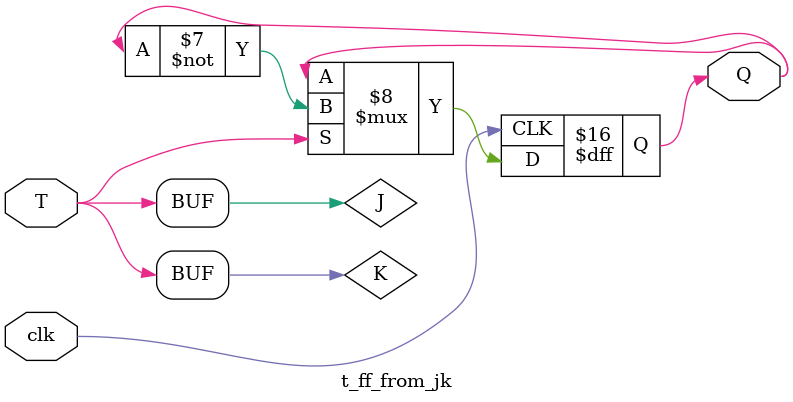
<source format=v>
module t_ff_from_jk (T, clk, Q);
	input T;
	input clk;
	output reg Q;
	wire J, K;

	assign J = T;
	assign K = T;

	always @(posedge clk) 
	begin
		if (J && !K) begin
			Q <= 1'b1;
		end
		else if (!J && K) begin
			Q <= 1'b0;
		end
		else if (J && K) begin
			Q <= ~Q;
		end
	end
endmodule
</source>
